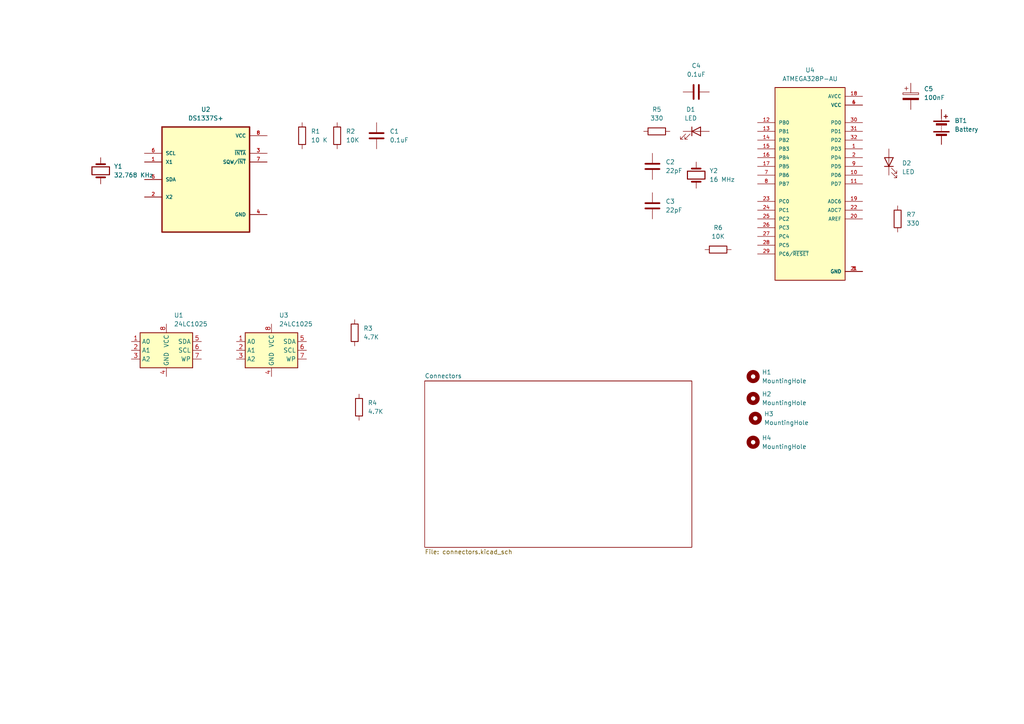
<source format=kicad_sch>
(kicad_sch (version 20230121) (generator eeschema)
  (paper "A4")
  (title_block (title "$(project_name)") (date "2024-06-28") (rev "1"))
  (lib_symbols
    (symbol "ATMEGA328P-AU:ATMEGA328P-AU" (pin_names (offset 1.016))
      (property "Reference" "U" (at -10.1854 29.2608 0))
      (property "Value" "ATMEGA328P-AU" (at -10.16 -31.7754 0))
      (symbol "ATMEGA328P-AU_0_0"
        (rectangle (start -10.16 -27.94) (end 10.16 27.94) (stroke (width 0.254)) (fill (type background)))
        (pin bidirectional line (at 15.24 10.16 180) (length 5.08) (name "PD3") (number "1"))
        (pin bidirectional line (at 15.24 2.54 180) (length 5.08) (name "PD6") (number "10"))
        (pin bidirectional line (at 15.24 0 180) (length 5.08) (name "PD7") (number "11"))
        (pin bidirectional line (at -15.24 17.78 0) (length 5.08) (name "PB0") (number "12"))
        (pin bidirectional line (at -15.24 15.24 0) (length 5.08) (name "PB1") (number "13"))
        (pin bidirectional line (at -15.24 12.7 0) (length 5.08) (name "PB2") (number "14"))
        (pin bidirectional line (at -15.24 10.16 0) (length 5.08) (name "PB3") (number "15"))
        (pin bidirectional line (at -15.24 7.62 0) (length 5.08) (name "PB4") (number "16"))
        (pin bidirectional line (at -15.24 5.08 0) (length 5.08) (name "PB5") (number "17"))
        (pin power_in line (at 15.24 25.4 180) (length 5.08) (name "AVCC") (number "18"))
        (pin bidirectional line (at 15.24 -5.08 180) (length 5.08) (name "ADC6") (number "19"))
        (pin bidirectional line (at 15.24 7.62 180) (length 5.08) (name "PD4") (number "2"))
        (pin input line (at 15.24 -10.16 180) (length 5.08) (name "AREF") (number "20"))
        (pin power_in line (at 15.24 -25.4 180) (length 5.08) (name "GND") (number "21"))
        (pin bidirectional line (at 15.24 -7.62 180) (length 5.08) (name "ADC7") (number "22"))
        (pin bidirectional line (at -15.24 -5.08 0) (length 5.08) (name "PC0") (number "23"))
        (pin bidirectional line (at -15.24 -7.62 0) (length 5.08) (name "PC1") (number "24"))
        (pin bidirectional line (at -15.24 -10.16 0) (length 5.08) (name "PC2") (number "25"))
        (pin bidirectional line (at -15.24 -12.7 0) (length 5.08) (name "PC3") (number "26"))
        (pin bidirectional line (at -15.24 -15.24 0) (length 5.08) (name "PC4") (number "27"))
        (pin bidirectional line (at -15.24 -17.78 0) (length 5.08) (name "PC5") (number "28"))
        (pin bidirectional line (at -15.24 -20.32 0) (length 5.08) (name "PC6/~{RESET}") (number "29"))
        (pin power_in line (at 15.24 -25.4 180) (length 5.08) (name "GND") (number "3"))
        (pin bidirectional line (at 15.24 17.78 180) (length 5.08) (name "PD0") (number "30"))
        (pin bidirectional line (at 15.24 15.24 180) (length 5.08) (name "PD1") (number "31"))
        (pin bidirectional line (at 15.24 12.7 180) (length 5.08) (name "PD2") (number "32"))
        (pin power_in line (at 15.24 22.86 180) (length 5.08) (name "VCC") (number "4"))
        (pin power_in line (at 15.24 -25.4 180) (length 5.08) (name "GND") (number "5"))
        (pin power_in line (at 15.24 22.86 180) (length 5.08) (name "VCC") (number "6"))
        (pin bidirectional line (at -15.24 2.54 0) (length 5.08) (name "PB6") (number "7"))
        (pin bidirectional line (at -15.24 0 0) (length 5.08) (name "PB7") (number "8"))
        (pin bidirectional line (at 15.24 5.08 180) (length 5.08) (name "PD5") (number "9"))
      )
    )
    (symbol "DS1337S_:DS1337S+" (pin_names (offset 1.016))
      (property "Reference" "U" (at -12.7 16.2306 0))
      (property "Value" "DS1337S+" (at -12.7 -19.2278 0))
      (symbol "DS1337S+_0_0"
        (rectangle (start -12.7 -15.24) (end 12.7 15.24) (stroke (width 0.4064)) (fill (type background)))
        (pin input line (at -17.78 5.08 0) (length 5.08) (name "X1") (number "1"))
        (pin bidirectional line (at -17.78 -5.08 0) (length 5.08) (name "X2") (number "2"))
        (pin output line (at 17.78 7.62 180) (length 5.08) (name "~{INTA}") (number "3"))
        (pin power_in line (at 17.78 -10.16 180) (length 5.08) (name "GND") (number "4"))
        (pin bidirectional line (at -17.78 0 0) (length 5.08) (name "SDA") (number "5"))
        (pin input line (at -17.78 7.62 0) (length 5.08) (name "SCL") (number "6"))
        (pin output line (at 17.78 5.08 180) (length 5.08) (name "SQW/~{INT}") (number "7"))
        (pin power_in line (at 17.78 12.7 180) (length 5.08) (name "VCC") (number "8"))
      )
    )
    (symbol "Device:Battery" (pin_numbers hide) (pin_names (offset 0) hide)
      (property "Reference" "BT" (at 2.54 2.54 0))
      (property "Value" "Battery" (at 2.54 0 0))
      (symbol "Battery_0_1"
        (rectangle (start -2.286 -1.27) (end 2.286 -1.524) (fill (type outline)))
        (rectangle (start -2.286 1.778) (end 2.286 1.524) (fill (type outline)))
        (rectangle (start -1.524 -2.032) (end 1.524 -2.54) (fill (type outline)))
        (rectangle (start -1.524 1.016) (end 1.524 0.508) (fill (type outline)))
        (polyline (pts (xy 0 -1.016) (xy 0 -0.762)))
        (polyline (pts (xy 0 -0.508) (xy 0 -0.254)))
        (polyline (pts (xy 0 0) (xy 0 0.254)))
        (polyline (pts (xy 0 1.778) (xy 0 2.54)))
        (polyline (pts (xy 0.762 3.048) (xy 1.778 3.048)) (stroke (width 0.254)))
        (polyline (pts (xy 1.27 3.556) (xy 1.27 2.54)) (stroke (width 0.254)))
      )
      (symbol "Battery_1_1"
        (pin passive line (at 0 5.08 270) (length 2.54) (name "+") (number "1"))
        (pin passive line (at 0 -5.08 90) (length 2.54) (name "-") (number "2"))
      )
    )
    (symbol "Device:C" (pin_numbers hide) (pin_names (offset 0.254))
      (property "Reference" "C" (at 0.635 2.54 0))
      (property "Value" "C" (at 0.635 -2.54 0))
      (symbol "C_0_1"
        (polyline (pts (xy -2.032 -0.762) (xy 2.032 -0.762)) (stroke (width 0.508)))
        (polyline (pts (xy -2.032 0.762) (xy 2.032 0.762)) (stroke (width 0.508)))
      )
      (symbol "C_1_1"
        (pin passive line (at 0 3.81 270) (length 2.794) (name "~") (number "1"))
        (pin passive line (at 0 -3.81 90) (length 2.794) (name "~") (number "2"))
      )
    )
    (symbol "Device:C_Polarized" (pin_numbers hide) (pin_names (offset 0.254))
      (property "Reference" "C" (at 0.635 2.54 0))
      (property "Value" "C_Polarized" (at 0.635 -2.54 0))
      (symbol "C_Polarized_0_1"
        (rectangle (start -2.286 0.508) (end 2.286 1.016))
        (polyline (pts (xy -1.778 2.286) (xy -0.762 2.286)))
        (polyline (pts (xy -1.27 2.794) (xy -1.27 1.778)))
        (rectangle (start 2.286 -0.508) (end -2.286 -1.016) (fill (type outline)))
      )
      (symbol "C_Polarized_1_1"
        (pin passive line (at 0 3.81 270) (length 2.794) (name "~") (number "1"))
        (pin passive line (at 0 -3.81 90) (length 2.794) (name "~") (number "2"))
      )
    )
    (symbol "Device:Crystal" (pin_numbers hide) (pin_names (offset 1.016) hide)
      (property "Reference" "Y" (at 0 3.81 0))
      (property "Value" "Crystal" (at 0 -3.81 0))
      (symbol "Crystal_0_1"
        (rectangle (start -1.143 2.54) (end 1.143 -2.54) (stroke (width 0.3048)))
        (polyline (pts (xy -2.54 0) (xy -1.905 0)))
        (polyline (pts (xy -1.905 -1.27) (xy -1.905 1.27)) (stroke (width 0.508)))
        (polyline (pts (xy 1.905 -1.27) (xy 1.905 1.27)) (stroke (width 0.508)))
        (polyline (pts (xy 2.54 0) (xy 1.905 0)))
      )
      (symbol "Crystal_1_1"
        (pin passive line (at -3.81 0 0) (length 1.27) (name "1") (number "1"))
        (pin passive line (at 3.81 0 180) (length 1.27) (name "2") (number "2"))
      )
    )
    (symbol "Device:LED" (pin_numbers hide) (pin_names (offset 1.016) hide)
      (property "Reference" "D" (at 0 2.54 0))
      (property "Value" "LED" (at 0 -2.54 0))
      (symbol "LED_0_1"
        (polyline (pts (xy -1.27 -1.27) (xy -1.27 1.27)) (stroke (width 0.254)))
        (polyline (pts (xy -1.27 0) (xy 1.27 0)))
        (polyline (pts (xy 1.27 -1.27) (xy 1.27 1.27) (xy -1.27 0) (xy 1.27 -1.27)) (stroke (width 0.254)))
        (polyline (pts (xy -3.048 -0.762) (xy -4.572 -2.286) (xy -3.81 -2.286) (xy -4.572 -2.286) (xy -4.572 -1.524)))
        (polyline (pts (xy -1.778 -0.762) (xy -3.302 -2.286) (xy -2.54 -2.286) (xy -3.302 -2.286) (xy -3.302 -1.524)))
      )
      (symbol "LED_1_1"
        (pin passive line (at -3.81 0 0) (length 2.54) (name "K") (number "1"))
        (pin passive line (at 3.81 0 180) (length 2.54) (name "A") (number "2"))
      )
    )
    (symbol "Device:R" (pin_numbers hide) (pin_names (offset 0))
      (property "Reference" "R" (at 2.032 0 90))
      (property "Value" "R" (at 0 0 90))
      (symbol "R_0_1"
        (rectangle (start -1.016 -2.54) (end 1.016 2.54) (stroke (width 0.254)))
      )
      (symbol "R_1_1"
        (pin passive line (at 0 3.81 270) (length 1.27) (name "~") (number "1"))
        (pin passive line (at 0 -3.81 90) (length 1.27) (name "~") (number "2"))
      )
    )
    (symbol "Mechanical:MountingHole" (pin_names (offset 1.016))
      (property "Reference" "H" (at 0 5.08 0))
      (property "Value" "MountingHole" (at 0 3.175 0))
      (symbol "MountingHole_0_1"
        (circle (center 0 0) (radius 1.27) (stroke (width 1.27)))
      )
    )
    (symbol "Memory_EEPROM:24LC1025"
      (property "Reference" "U" (at -6.35 6.35 0))
      (property "Value" "24LC1025" (at 1.27 6.35 0))
      (symbol "24LC1025_1_1"
        (rectangle (start -7.62 5.08) (end 7.62 -5.08) (stroke (width 0.254)) (fill (type background)))
        (pin input line (at -10.16 2.54 0) (length 2.54) (name "A0") (number "1"))
        (pin input line (at -10.16 0 0) (length 2.54) (name "A1") (number "2"))
        (pin input line (at -10.16 -2.54 0) (length 2.54) (name "A2") (number "3"))
        (pin power_in line (at 0 -7.62 90) (length 2.54) (name "GND") (number "4"))
        (pin bidirectional line (at 10.16 2.54 180) (length 2.54) (name "SDA") (number "5"))
        (pin input line (at 10.16 0 180) (length 2.54) (name "SCL") (number "6"))
        (pin input line (at 10.16 -2.54 180) (length 2.54) (name "WP") (number "7"))
        (pin power_in line (at 0 7.62 270) (length 2.54) (name "VCC") (number "8"))
      )
    )
  )
  (symbol (lib_id "Mechanical:MountingHole") (at 218.44 109.22 0) (unit 1)
    (property "Reference" "H1" (at 220.98 107.95 0) (effects (justify left)))
    (property "Value" "MountingHole" (at 220.98 110.49 0) (effects (justify left)))
    (property "Footprint" "MountingHole:MountingHole_2.1mm" (effects hide))
  )
  (symbol (lib_id "Device:C") (at 189.23 59.69 0) (unit 1)
    (property "Reference" "C3" (at 193.04 58.42 0) (effects (justify left)))
    (property "Value" "22pF" (at 193.04 60.96 0) (effects (justify left)))
    (property "Footprint" "Capacitor_SMD:C_0805_2012Metric" (effects hide))
  )
  (symbol (lib_id "DS1337S_:DS1337S+") (at 59.69 52.07 0) (unit 1)
    (property "Reference" "U2" (at 59.69 31.75 0))
    (property "Value" "DS1337S+" (at 59.69 34.29 0))
    (property "MF" "Analog Devices" (effects hide))
    (property "Description" "\\nReal Time Clock (RTC) IC Clock/Calendar - I²C, 2-Wire Serial 8-SOIC (0.154, 3.90mm Width)\\n" (effects hide))
    (property "Package" "SOIC-8 Maxim" (effects hide))
    (property "Price" "None" (effects hide))
    (property "SnapEDA_Link" "https://www.snapeda.com/parts/DS1337S/Analog+Devices/view-part/?ref=snap" (effects hide))
    (property "MP" "DS1337S" (effects hide))
    (property "Availability" "In Stock" (effects hide))
    (property "Check_prices" "https://www.snapeda.com/parts/DS1337S/Analog+Devices/view-part/?ref=eda" (effects hide))
  )
  (symbol (lib_id "Mechanical:MountingHole") (at 218.44 115.57 0) (unit 1)
    (property "Reference" "H2" (at 220.98 114.3 0) (effects (justify left)))
    (property "Value" "MountingHole" (at 220.98 116.84 0) (effects (justify left)))
    (property "Footprint" "MountingHole:MountingHole_2.1mm" (effects hide))
  )
  (symbol (lib_id "Device:Crystal") (at 29.21 49.53 90) (unit 1)
    (property "Reference" "Y1" (at 33.02 48.26 90) (effects (justify right)))
    (property "Value" "32.768 KHz" (at 33.02 50.8 90) (effects (justify right)))
    (property "Footprint" "Crystal:Crystal_SMD_5032-2Pin_5.0x3.2mm_HandSoldering" (effects hide))
  )
  (symbol (lib_id "Device:C") (at 201.93 26.67 90) (unit 1)
    (property "Reference" "C4" (at 201.93 19.05 90))
    (property "Value" "0.1uF" (at 201.93 21.59 90))
    (property "Footprint" "Capacitor_SMD:C_0805_2012Metric" (effects hide))
  )
  (symbol (lib_id "Device:R") (at 208.28 72.39 90) (unit 1)
    (property "Reference" "R6" (at 208.28 66.04 90))
    (property "Value" "10K" (at 208.28 68.58 90))
    (property "Footprint" "Resistor_SMD:R_0805_2012Metric" (effects hide))
  )
  (symbol (lib_id "Device:C") (at 109.22 39.37 0) (unit 1)
    (property "Reference" "C1" (at 113.03 38.1 0) (effects (justify left)))
    (property "Value" "0.1uF" (at 113.03 40.64 0) (effects (justify left)))
    (property "Footprint" "Capacitor_SMD:C_0805_2012Metric" (effects hide))
  )
  (symbol (lib_id "Device:R") (at 190.5 38.1 90) (unit 1)
    (property "Reference" "R5" (at 190.5 31.75 90))
    (property "Value" "330" (at 190.5 34.29 90))
    (property "Footprint" "Resistor_SMD:R_0805_2012Metric" (effects hide))
  )
  (symbol (lib_id "Device:C") (at 189.23 48.26 0) (unit 1)
    (property "Reference" "C2" (at 193.04 46.99 0) (effects (justify left)))
    (property "Value" "22pF" (at 193.04 49.53 0) (effects (justify left)))
    (property "Footprint" "Capacitor_SMD:C_0805_2012Metric" (effects hide))
  )
  (symbol (lib_id "Device:R") (at 102.87 96.52 180) (unit 1)
    (property "Reference" "R3" (at 105.41 95.25 0) (effects (justify right)))
    (property "Value" "4.7K" (at 105.41 97.79 0) (effects (justify right)))
    (property "Footprint" "Resistor_SMD:R_0805_2012Metric" (effects hide))
  )
  (symbol (lib_id "Device:LED") (at 257.81 46.99 90) (unit 1)
    (property "Reference" "D2" (at 261.62 47.3075 90) (effects (justify right)))
    (property "Value" "LED" (at 261.62 49.8475 90) (effects (justify right)))
    (property "Footprint" "LED_SMD:LED_0805_2012Metric" (effects hide))
  )
  (symbol (lib_id "Device:LED") (at 201.93 38.1 0) (unit 1)
    (property "Reference" "D1" (at 200.3425 31.75 0))
    (property "Value" "LED" (at 200.3425 34.29 0))
    (property "Footprint" "LED_SMD:LED_0805_2012Metric" (effects hide))
  )
  (symbol (lib_id "Device:R") (at 104.14 118.11 0) (unit 1)
    (property "Reference" "R4" (at 106.68 116.84 0) (effects (justify left)))
    (property "Value" "4.7K" (at 106.68 119.38 0) (effects (justify left)))
    (property "Footprint" "Resistor_SMD:R_0805_2012Metric" (effects hide))
  )
  (symbol (lib_id "ATMEGA328P-AU:ATMEGA328P-AU") (at 234.95 53.34 0) (unit 1)
    (property "Reference" "U4" (at 234.95 20.32 0))
    (property "Value" "ATMEGA328P-AU" (at 234.95 22.86 0))
    (property "MF" "Microchip" (effects hide))
    (property "MAXIMUM_PACKAGE_HEIGHT" "1.20mm" (effects hide))
    (property "Package" "TQFP-32 Microchip" (effects hide))
    (property "Price" "None" (effects hide))
    (property "Check_prices" "https://www.snapeda.com/parts/ATMEGA328P-AU/Microchip/view-part/?ref=eda" (effects hide))
    (property "STANDARD" "IPC-7351B" (effects hide))
    (property "PARTREV" "8271A" (effects hide))
    (property "SnapEDA_Link" "https://www.snapeda.com/parts/ATMEGA328P-AU/Microchip/view-part/?ref=snap" (effects hide))
    (property "MP" "ATMEGA328P-AU" (effects hide))
    (property "Description" "\\nAVR AVR® ATmega Microcontroller IC 8-Bit 20MHz 32KB (16K x 16) FLASH 32-TQFP (7x7)\\n" (effects hide))
    (property "Availability" "In Stock" (effects hide))
    (property "MANUFACTURER" "Microchip" (effects hide))
  )
  (symbol (lib_id "Device:C_Polarized") (at 264.16 27.94 0) (unit 1)
    (property "Reference" "C5" (at 267.97 25.781 0) (effects (justify left)))
    (property "Value" "100nF" (at 267.97 28.321 0) (effects (justify left)))
    (property "Footprint" "Capacitor_SMD:C_0805_2012Metric" (effects hide))
  )
  (symbol (lib_id "Device:R") (at 260.35 63.5 0) (unit 1)
    (property "Reference" "R7" (at 262.89 62.23 0) (effects (justify left)))
    (property "Value" "330" (at 262.89 64.77 0) (effects (justify left)))
    (property "Footprint" "Resistor_SMD:R_0805_2012Metric" (effects hide))
  )
  (symbol (lib_id "Device:R") (at 97.79 39.37 0) (unit 1)
    (property "Reference" "R2" (at 100.33 38.1 0) (effects (justify left)))
    (property "Value" "10K" (at 100.33 40.64 0) (effects (justify left)))
    (property "Footprint" "Resistor_SMD:R_0805_2012Metric" (effects hide))
  )
  (symbol (lib_id "Memory_EEPROM:24LC1025") (at 78.74 101.6 0) (unit 1)
    (property "Reference" "U3" (at 80.9341 91.44 0) (effects (justify left)))
    (property "Value" "24LC1025" (at 80.9341 93.98 0) (effects (justify left)))
    (property "Footprint" "Package_SO:SOIC-8_5.23x5.23mm_P1.27mm" (effects hide))
    (property "Datasheet" "http://ww1.microchip.com/downloads/en/DeviceDoc/21941B.pdf" (effects hide))
  )
  (symbol (lib_id "Memory_EEPROM:24LC1025") (at 48.26 101.6 0) (unit 1)
    (property "Reference" "U1" (at 50.4541 91.44 0) (effects (justify left)))
    (property "Value" "24LC1025" (at 50.4541 93.98 0) (effects (justify left)))
    (property "Footprint" "Package_SO:SOIC-8_5.23x5.23mm_P1.27mm" (effects hide))
    (property "Datasheet" "http://ww1.microchip.com/downloads/en/DeviceDoc/21941B.pdf" (effects hide))
  )
  (symbol (lib_id "Mechanical:MountingHole") (at 219.081 121.3234 0) (unit 1)
    (property "Reference" "H3" (at 221.621 120.0534 0) (effects (justify left)))
    (property "Value" "MountingHole" (at 221.621 122.5934 0) (effects (justify left)))
    (property "Footprint" "MountingHole:MountingHole_2.1mm" (effects hide))
  )
  (symbol (lib_id "Device:Crystal") (at 201.93 50.8 90) (unit 1)
    (property "Reference" "Y2" (at 205.74 49.53 90) (effects (justify right)))
    (property "Value" "16 MHz" (at 205.74 52.07 90) (effects (justify right)))
    (property "Footprint" "Crystal:Crystal_SMD_5032-2Pin_5.0x3.2mm_HandSoldering" (effects hide))
  )
  (symbol (lib_id "Device:R") (at 87.63 39.37 0) (unit 1)
    (property "Reference" "R1" (at 90.17 38.1 0) (effects (justify left)))
    (property "Value" "10 K" (at 90.17 40.64 0) (effects (justify left)))
    (property "Footprint" "Resistor_SMD:R_0805_2012Metric" (effects hide))
  )
  (symbol (lib_id "Device:Battery") (at 273.05 36.83 0) (unit 1)
    (property "Reference" "BT1" (at 276.86 34.9885 0) (effects (justify left)))
    (property "Value" "Battery" (at 276.86 37.5285 0) (effects (justify left)))
    (property "Footprint" "Connector_PinHeader_2.54mm:PinHeader_1x02_P2.54mm_Vertical" (effects hide))
  )
  (symbol (lib_id "Mechanical:MountingHole") (at 218.44 128.27 0) (unit 1)
    (property "Reference" "H4" (at 220.98 127 0) (effects (justify left)))
    (property "Value" "MountingHole" (at 220.98 129.54 0) (effects (justify left)))
    (property "Footprint" "MountingHole:MountingHole_2.1mm" (effects hide))
  )
  (sheet (at 123.19 110.49) (size 77.47 48.26) (stroke (width 0.1524))
    (property "Sheetname" "Connectors" (at 123.19 109.7784 0) (effects (justify left bottom)))
    (property "Sheetfile" "connectors.kicad_sch" (at 123.19 159.3346 0) (effects (justify left top)))
  )
)
</source>
